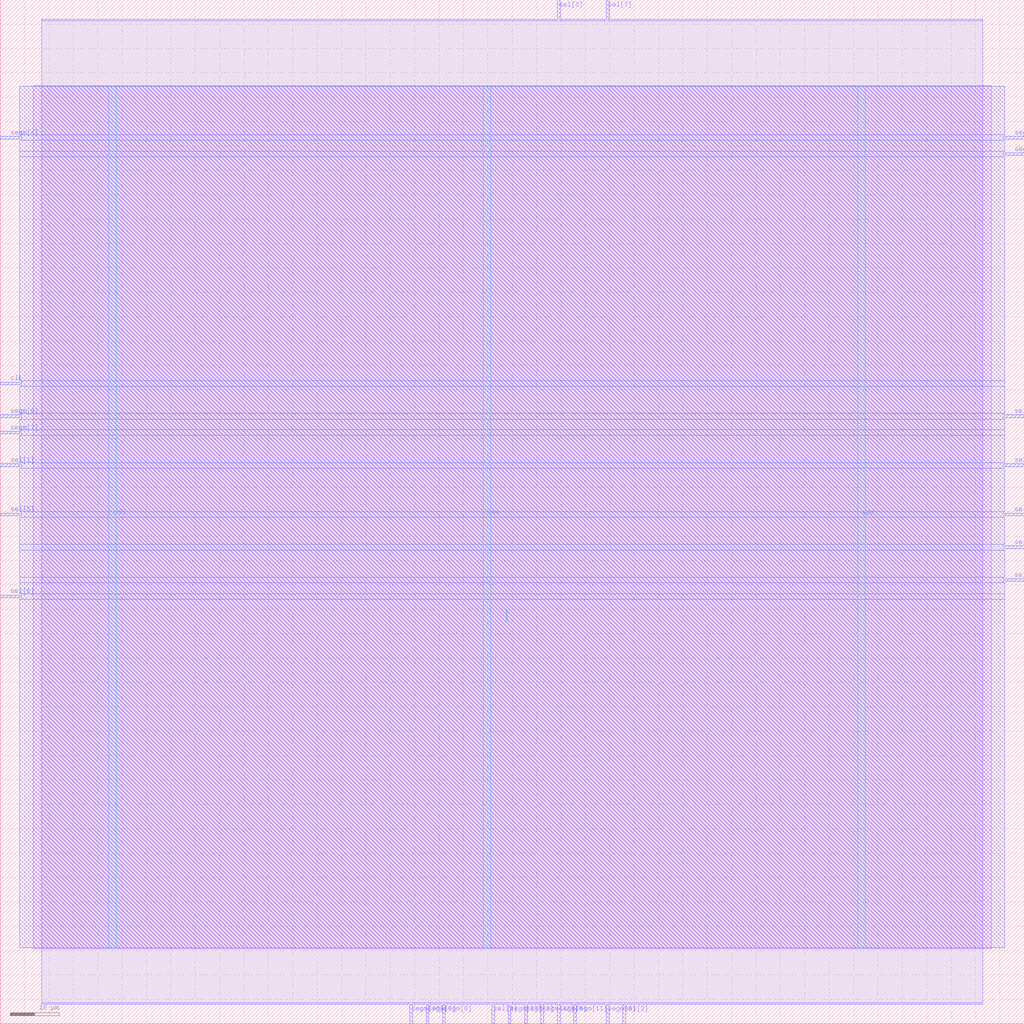
<source format=lef>
VERSION 5.7 ;
  NOWIREEXTENSIONATPIN ON ;
  DIVIDERCHAR "/" ;
  BUSBITCHARS "[]" ;
MACRO ita45
  CLASS BLOCK ;
  FOREIGN ita45 ;
  ORIGIN 0.000 0.000 ;
  SIZE 210.000 BY 210.000 ;
  PIN clk
    DIRECTION INPUT ;
    USE SIGNAL ;
    ANTENNAGATEAREA 4.738000 ;
    ANTENNADIFFAREA 0.410400 ;
    PORT
      LAYER Metal3 ;
        RECT 0.000 131.040 4.000 131.600 ;
    END
  END clk
  PIN segm[0]
    DIRECTION OUTPUT TRISTATE ;
    USE SIGNAL ;
    ANTENNADIFFAREA 0.360800 ;
    PORT
      LAYER Metal3 ;
        RECT 206.000 181.440 210.000 182.000 ;
    END
  END segm[0]
  PIN segm[10]
    DIRECTION OUTPUT TRISTATE ;
    USE SIGNAL ;
    ANTENNADIFFAREA 4.731200 ;
    PORT
      LAYER Metal2 ;
        RECT 84.000 0.000 84.560 4.000 ;
    END
  END segm[10]
  PIN segm[11]
    DIRECTION OUTPUT TRISTATE ;
    USE SIGNAL ;
    ANTENNADIFFAREA 4.731200 ;
    PORT
      LAYER Metal2 ;
        RECT 117.600 0.000 118.160 4.000 ;
    END
  END segm[11]
  PIN segm[12]
    DIRECTION OUTPUT TRISTATE ;
    USE SIGNAL ;
    ANTENNADIFFAREA 4.731200 ;
    PORT
      LAYER Metal2 ;
        RECT 110.880 0.000 111.440 4.000 ;
    END
  END segm[12]
  PIN segm[13]
    DIRECTION OUTPUT TRISTATE ;
    USE SIGNAL ;
    ANTENNADIFFAREA 4.731200 ;
    PORT
      LAYER Metal2 ;
        RECT 104.160 0.000 104.720 4.000 ;
    END
  END segm[13]
  PIN segm[1]
    DIRECTION OUTPUT TRISTATE ;
    USE SIGNAL ;
    ANTENNADIFFAREA 0.360800 ;
    PORT
      LAYER Metal2 ;
        RECT 107.520 0.000 108.080 4.000 ;
    END
  END segm[1]
  PIN segm[2]
    DIRECTION OUTPUT TRISTATE ;
    USE SIGNAL ;
    ANTENNADIFFAREA 0.360800 ;
    PORT
      LAYER Metal3 ;
        RECT 206.000 178.080 210.000 178.640 ;
    END
  END segm[2]
  PIN segm[3]
    DIRECTION OUTPUT TRISTATE ;
    USE SIGNAL ;
    ANTENNADIFFAREA 4.731200 ;
    PORT
      LAYER Metal2 ;
        RECT 124.320 0.000 124.880 4.000 ;
    END
  END segm[3]
  PIN segm[4]
    DIRECTION OUTPUT TRISTATE ;
    USE SIGNAL ;
    ANTENNADIFFAREA 0.360800 ;
    PORT
      LAYER Metal3 ;
        RECT 0.000 181.440 4.000 182.000 ;
    END
  END segm[4]
  PIN segm[5]
    DIRECTION OUTPUT TRISTATE ;
    USE SIGNAL ;
    ANTENNADIFFAREA 4.731200 ;
    PORT
      LAYER Metal2 ;
        RECT 114.240 0.000 114.800 4.000 ;
    END
  END segm[5]
  PIN segm[6]
    DIRECTION OUTPUT TRISTATE ;
    USE SIGNAL ;
    ANTENNADIFFAREA 4.731200 ;
    PORT
      LAYER Metal3 ;
        RECT 0.000 124.320 4.000 124.880 ;
    END
  END segm[6]
  PIN segm[7]
    DIRECTION OUTPUT TRISTATE ;
    USE SIGNAL ;
    ANTENNADIFFAREA 4.731200 ;
    PORT
      LAYER Metal3 ;
        RECT 0.000 120.960 4.000 121.520 ;
    END
  END segm[7]
  PIN segm[8]
    DIRECTION OUTPUT TRISTATE ;
    USE SIGNAL ;
    ANTENNADIFFAREA 4.731200 ;
    PORT
      LAYER Metal2 ;
        RECT 90.720 0.000 91.280 4.000 ;
    END
  END segm[8]
  PIN segm[9]
    DIRECTION OUTPUT TRISTATE ;
    USE SIGNAL ;
    ANTENNADIFFAREA 4.731200 ;
    PORT
      LAYER Metal2 ;
        RECT 87.360 0.000 87.920 4.000 ;
    END
  END segm[9]
  PIN sel[0]
    DIRECTION OUTPUT TRISTATE ;
    USE SIGNAL ;
    ANTENNADIFFAREA 4.731200 ;
    PORT
      LAYER Metal3 ;
        RECT 206.000 124.320 210.000 124.880 ;
    END
  END sel[0]
  PIN sel[10]
    DIRECTION OUTPUT TRISTATE ;
    USE SIGNAL ;
    ANTENNADIFFAREA 4.731200 ;
    PORT
      LAYER Metal3 ;
        RECT 206.000 97.440 210.000 98.000 ;
    END
  END sel[10]
  PIN sel[11]
    DIRECTION OUTPUT TRISTATE ;
    USE SIGNAL ;
    ANTENNADIFFAREA 4.731200 ;
    PORT
      LAYER Metal3 ;
        RECT 206.000 104.160 210.000 104.720 ;
    END
  END sel[11]
  PIN sel[1]
    DIRECTION OUTPUT TRISTATE ;
    USE SIGNAL ;
    ANTENNADIFFAREA 4.731200 ;
    PORT
      LAYER Metal3 ;
        RECT 0.000 114.240 4.000 114.800 ;
    END
  END sel[1]
  PIN sel[2]
    DIRECTION OUTPUT TRISTATE ;
    USE SIGNAL ;
    ANTENNADIFFAREA 4.731200 ;
    PORT
      LAYER Metal2 ;
        RECT 127.680 0.000 128.240 4.000 ;
    END
  END sel[2]
  PIN sel[3]
    DIRECTION OUTPUT TRISTATE ;
    USE SIGNAL ;
    ANTENNADIFFAREA 4.731200 ;
    PORT
      LAYER Metal2 ;
        RECT 114.240 206.000 114.800 210.000 ;
    END
  END sel[3]
  PIN sel[4]
    DIRECTION OUTPUT TRISTATE ;
    USE SIGNAL ;
    ANTENNADIFFAREA 4.731200 ;
    PORT
      LAYER Metal2 ;
        RECT 100.800 0.000 101.360 4.000 ;
    END
  END sel[4]
  PIN sel[5]
    DIRECTION OUTPUT TRISTATE ;
    USE SIGNAL ;
    ANTENNADIFFAREA 4.731200 ;
    PORT
      LAYER Metal3 ;
        RECT 0.000 104.160 4.000 104.720 ;
    END
  END sel[5]
  PIN sel[6]
    DIRECTION OUTPUT TRISTATE ;
    USE SIGNAL ;
    ANTENNADIFFAREA 4.731200 ;
    PORT
      LAYER Metal3 ;
        RECT 0.000 87.360 4.000 87.920 ;
    END
  END sel[6]
  PIN sel[7]
    DIRECTION OUTPUT TRISTATE ;
    USE SIGNAL ;
    ANTENNADIFFAREA 4.731200 ;
    PORT
      LAYER Metal2 ;
        RECT 124.320 206.000 124.880 210.000 ;
    END
  END sel[7]
  PIN sel[8]
    DIRECTION OUTPUT TRISTATE ;
    USE SIGNAL ;
    ANTENNADIFFAREA 4.731200 ;
    PORT
      LAYER Metal3 ;
        RECT 206.000 90.720 210.000 91.280 ;
    END
  END sel[8]
  PIN sel[9]
    DIRECTION OUTPUT TRISTATE ;
    USE SIGNAL ;
    ANTENNADIFFAREA 4.731200 ;
    PORT
      LAYER Metal3 ;
        RECT 206.000 114.240 210.000 114.800 ;
    END
  END sel[9]
  PIN vdd
    DIRECTION INOUT ;
    USE POWER ;
    PORT
      LAYER Metal4 ;
        RECT 22.240 15.380 23.840 192.380 ;
    END
    PORT
      LAYER Metal4 ;
        RECT 175.840 15.380 177.440 192.380 ;
    END
  END vdd
  PIN vss
    DIRECTION INOUT ;
    USE GROUND ;
    PORT
      LAYER Metal4 ;
        RECT 99.040 15.380 100.640 192.380 ;
    END
  END vss
  OBS
      LAYER Metal1 ;
        RECT 6.720 15.380 203.280 192.380 ;
      LAYER Metal2 ;
        RECT 8.540 205.700 113.940 206.000 ;
        RECT 115.100 205.700 124.020 206.000 ;
        RECT 125.180 205.700 201.460 206.000 ;
        RECT 8.540 4.300 201.460 205.700 ;
        RECT 8.540 4.000 83.700 4.300 ;
        RECT 84.860 4.000 87.060 4.300 ;
        RECT 88.220 4.000 90.420 4.300 ;
        RECT 91.580 4.000 100.500 4.300 ;
        RECT 101.660 4.000 103.860 4.300 ;
        RECT 105.020 4.000 107.220 4.300 ;
        RECT 108.380 4.000 110.580 4.300 ;
        RECT 111.740 4.000 113.940 4.300 ;
        RECT 115.100 4.000 117.300 4.300 ;
        RECT 118.460 4.000 124.020 4.300 ;
        RECT 125.180 4.000 127.380 4.300 ;
        RECT 128.540 4.000 201.460 4.300 ;
      LAYER Metal3 ;
        RECT 4.000 182.300 206.000 192.220 ;
        RECT 4.300 181.140 205.700 182.300 ;
        RECT 4.000 178.940 206.000 181.140 ;
        RECT 4.000 177.780 205.700 178.940 ;
        RECT 4.000 131.900 206.000 177.780 ;
        RECT 4.300 130.740 206.000 131.900 ;
        RECT 4.000 125.180 206.000 130.740 ;
        RECT 4.300 124.020 205.700 125.180 ;
        RECT 4.000 121.820 206.000 124.020 ;
        RECT 4.300 120.660 206.000 121.820 ;
        RECT 4.000 115.100 206.000 120.660 ;
        RECT 4.300 113.940 205.700 115.100 ;
        RECT 4.000 105.020 206.000 113.940 ;
        RECT 4.300 103.860 205.700 105.020 ;
        RECT 4.000 98.300 206.000 103.860 ;
        RECT 4.000 97.140 205.700 98.300 ;
        RECT 4.000 91.580 206.000 97.140 ;
        RECT 4.000 90.420 205.700 91.580 ;
        RECT 4.000 88.220 206.000 90.420 ;
        RECT 4.300 87.060 206.000 88.220 ;
        RECT 4.000 15.540 206.000 87.060 ;
      LAYER Metal4 ;
        RECT 103.740 82.410 104.020 85.030 ;
  END
END ita45
END LIBRARY


</source>
